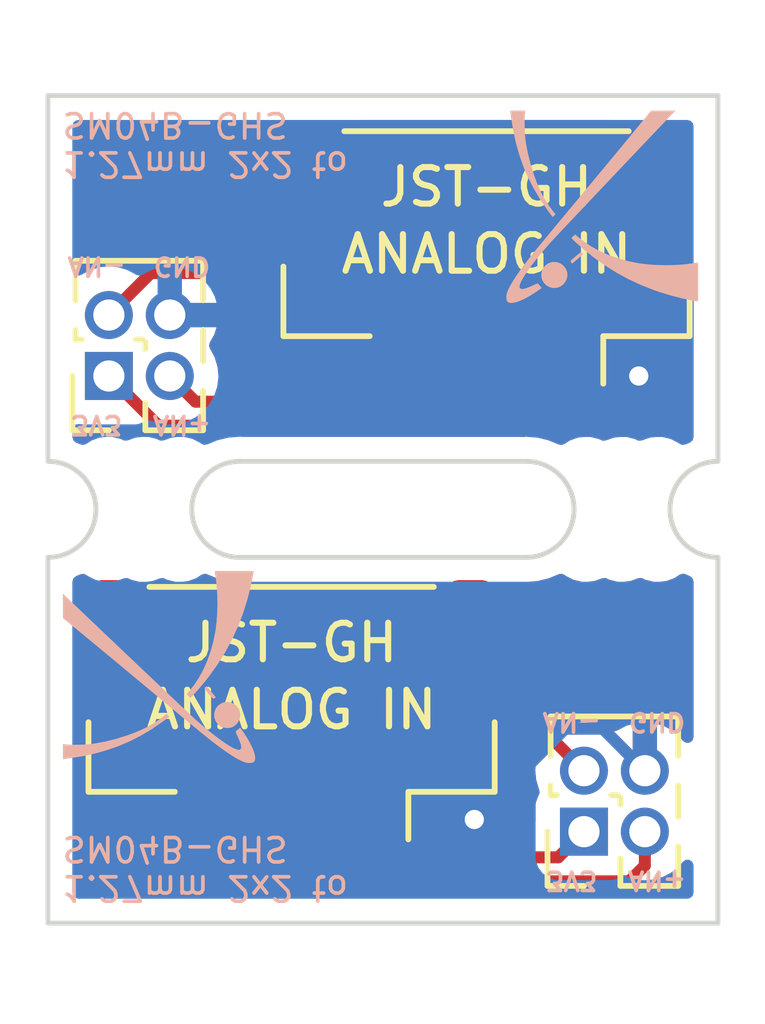
<source format=kicad_pcb>
(kicad_pcb (version 20211014) (generator pcbnew)
  (title_block (title "2x2 1.27mm to JST-GH Analog Adapter board panelized") (date "2021-11-28") (rev "1") (comment 2 "Vincent Nguyen"))
  (layers (0 "F.Cu" signal "Front") (31 "B.Cu" signal "Back") (34 "B.Paste" user) (35 "F.Paste" user) (36 "B.SilkS" user "B.Silkscreen") (37 "F.SilkS" user "F.Silkscreen") (38 "B.Mask" user) (39 "F.Mask" user) (44 "Edge.Cuts" user))
  (net 0 "")
  (net 1 "/3V3")
  (net 2 "/GND")
  (net 3 "/ADC_DIFF_N")
  (net 4 "/ADC_DIFF_P")
  (footprint "mouse_bite_2mm:mouse-bite-2mm-slot" (layer "F.Cu") (at 166.91 92.44)
    (fp_text reference "mouse-bite-2mm-slot1" hide)
    (fp_text value "VAL**" hide)
    (fp_arc (start 2 1) (mid 1 0) (end 2 -1) (layer "F.SilkS") (width 0.1))
    (fp_arc (start -2 -1) (mid -1 0) (end -2 1) (layer "F.SilkS") (width 0.1))
    (pad "" np_thru_hole circle (at 0 0.75) (size 0.5 0.5) (drill 0.5) (layers *.Cu *.Mask))
    (pad "" np_thru_hole circle (at 0 -0.75) (size 0.5 0.5) (drill 0.5) (layers *.Cu *.Mask))
    (pad "" np_thru_hole circle (at 0.75 0.75) (size 0.5 0.5) (drill 0.5) (layers *.Cu *.Mask))
    (pad "" np_thru_hole circle (at -0.75 0.75) (size 0.5 0.5) (drill 0.5) (layers *.Cu *.Mask))
    (pad "" np_thru_hole circle (at 0.75 -0.75) (size 0.5 0.5) (drill 0.5) (layers *.Cu *.Mask))
    (pad "" np_thru_hole circle (at -0.75 -0.75) (size 0.5 0.5) (drill 0.5) (layers *.Cu *.Mask))
  )
  (footprint "Connector_JST:JST_GH_SM04B-GHS-TB_1x04-1MP_P1.25mm_Horizontal" (layer "F.Cu") (at 160.02 96.615 180)
    (fp_text reference "J2" hide)
    (fp_text value "SM04B-GHS-TB")
    (fp_line (start 4.235 -0.26) (end 4.235 -1.71) (layer "F.SilkS") (width 0.12))
    (fp_line (start 4.235 -1.71) (end 2.435 -1.71) (layer "F.SilkS") (width 0.12))
    (fp_line (start -4.235 -0.26) (end -4.235 -1.71) (layer "F.SilkS") (width 0.12))
    (fp_line (start -2.965 2.56) (end 2.965 2.56) (layer "F.SilkS") (width 0.12))
    (fp_line (start -4.235 -1.71) (end -2.435 -1.71) (layer "F.SilkS") (width 0.12))
    (fp_line (start -2.435 -1.71) (end -2.435 -2.7) (layer "F.SilkS") (width 0.12))
    (pad "1" smd roundrect locked (at -1.875 -1.85 180) (size 0.6 1.7) (layers "F.Cu" "F.Paste" "F.Mask") (net 2 "/GND"))
    (pad "2" smd roundrect locked (at -0.625 -1.85 180) (size 0.6 1.7) (layers "F.Cu" "F.Paste" "F.Mask") (net 1 "/3V3"))
    (pad "3" smd roundrect locked (at 0.625 -1.85 180) (size 0.6 1.7) (layers "F.Cu" "F.Paste" "F.Mask") (net 4 "/ADC_DIFF_P"))
    (pad "4" smd roundrect locked (at 1.875 -1.85 180) (size 0.6 1.7) (layers "F.Cu" "F.Paste" "F.Mask") (net 3 "/ADC_DIFF_N"))
    (pad "MP" smd roundrect locked (at 3.725 1.35 180) (size 1 2.7) (layers "F.Cu" "F.Paste" "F.Mask"))
    (pad "MP" smd roundrect locked (at -3.725 1.35 180) (size 1 2.7) (layers "F.Cu" "F.Paste" "F.Mask"))
  )
  (footprint "mouse_bite_2mm:mouse-bite-2mm-slot" (layer "F.Cu") (at 156.94 92.44)
    (fp_text reference "mouse-bite-2mm-slot" hide)
    (fp_text value "VAL**" hide)
    (fp_arc (start 2 1) (mid 1 0) (end 2 -1) (layer "F.SilkS") (width 0.1))
    (fp_arc (start -2 -1) (mid -1 0) (end -2 1) (layer "F.SilkS") (width 0.1))
    (pad "" np_thru_hole circle (at -0.75 -0.75) (size 0.5 0.5) (drill 0.5) (layers *.Cu *.Mask))
    (pad "" np_thru_hole circle (at 0.75 -0.75) (size 0.5 0.5) (drill 0.5) (layers *.Cu *.Mask))
    (pad "" np_thru_hole circle (at -0.75 0.75) (size 0.5 0.5) (drill 0.5) (layers *.Cu *.Mask))
    (pad "" np_thru_hole circle (at 0 -0.75) (size 0.5 0.5) (drill 0.5) (layers *.Cu *.Mask))
    (pad "" np_thru_hole circle (at 0 0.75) (size 0.5 0.5) (drill 0.5) (layers *.Cu *.Mask))
    (pad "" np_thru_hole circle (at 0.75 0.75) (size 0.5 0.5) (drill 0.5) (layers *.Cu *.Mask))
  )
  (footprint "Connector_JST:JST_GH_SM04B-GHS-TB_1x04-1MP_P1.25mm_Horizontal" (layer "F.Cu") (at 164.084 87.122 180)
    (fp_text reference "J2" hide)
    (fp_text value "SM04B-GHS-TB")
    (fp_line (start -2.435 -1.71) (end -2.435 -2.7) (layer "F.SilkS") (width 0.12))
    (fp_line (start 4.235 -0.26) (end 4.235 -1.71) (layer "F.SilkS") (width 0.12))
    (fp_line (start -4.235 -0.26) (end -4.235 -1.71) (layer "F.SilkS") (width 0.12))
    (fp_line (start -2.965 2.56) (end 2.965 2.56) (layer "F.SilkS") (width 0.12))
    (fp_line (start 4.235 -1.71) (end 2.435 -1.71) (layer "F.SilkS") (width 0.12))
    (fp_line (start -4.235 -1.71) (end -2.435 -1.71) (layer "F.SilkS") (width 0.12))
    (pad "1" smd roundrect locked (at -1.875 -1.85 180) (size 0.6 1.7) (layers "F.Cu" "F.Paste" "F.Mask") (net 2 "/GND"))
    (pad "2" smd roundrect locked (at -0.625 -1.85 180) (size 0.6 1.7) (layers "F.Cu" "F.Paste" "F.Mask") (net 1 "/3V3"))
    (pad "3" smd roundrect locked (at 0.625 -1.85 180) (size 0.6 1.7) (layers "F.Cu" "F.Paste" "F.Mask") (net 4 "/ADC_DIFF_P"))
    (pad "4" smd roundrect locked (at 1.875 -1.85 180) (size 0.6 1.7) (layers "F.Cu" "F.Paste" "F.Mask") (net 3 "/ADC_DIFF_N"))
    (pad "MP" smd roundrect locked (at -3.725 1.35 180) (size 1 2.7) (layers "F.Cu" "F.Paste" "F.Mask"))
    (pad "MP" smd roundrect locked (at 3.725 1.35 180) (size 1 2.7) (layers "F.Cu" "F.Paste" "F.Mask"))
  )
  (footprint "Connector_PinHeader_1.27mm:PinHeader_2x02_P1.27mm_Vertical" (layer "F.Cu") (at 166.116 99.155 90)
    (fp_text reference "J1" hide)
    (fp_text value "1.27mm 2x2-PTH")
    (fp_line (start 0.563471 0.76) (end 0.706529 0.76) (layer "F.SilkS") (width 0.12))
    (fp_line (start -1.13 0.76) (end -1.13 1.965) (layer "F.SilkS") (width 0.12))
    (fp_line (start 0.76 0.706529) (end 0.76 0.563471) (layer "F.SilkS") (width 0.12))
    (fp_line (start -1.13 -0.76) (end 0 -0.76) (layer "F.SilkS") (width 0.12))
    (fp_line (start -1.13 0) (end -1.13 -0.76) (layer "F.SilkS") (width 0.12))
    (fp_line (start 1.57753 -0.695) (end 2.4 -0.695) (layer "F.SilkS") (width 0.12))
    (fp_line (start 2.4 -0.695) (end 2.4 1.965) (layer "F.SilkS") (width 0.12))
    (fp_line (start -1.13 0.76) (end -0.563471 0.76) (layer "F.SilkS") (width 0.12))
    (fp_line (start 1.57753 1.965) (end 2.4 1.965) (layer "F.SilkS") (width 0.12))
    (fp_line (start 0.76 -0.563471) (end 0.76 -0.695) (layer "F.SilkS") (width 0.12))
    (fp_line (start -1.13 1.965) (end -0.30753 1.965) (layer "F.SilkS") (width 0.12))
    (fp_line (start 0.76 -0.695) (end 0.96247 -0.695) (layer "F.SilkS") (width 0.12))
    (fp_line (start 0.30753 1.965) (end 0.96247 1.965) (layer "F.SilkS") (width 0.12))
    (pad "1" thru_hole rect locked (at 0 0 90) (size 1 1) (drill 0.65) (layers *.Cu *.Mask) (net 1 "/3V3"))
    (pad "2" thru_hole oval locked (at 1.27 0 90) (size 1 1) (drill 0.65) (layers *.Cu *.Mask) (net 4 "/ADC_DIFF_P"))
    (pad "3" thru_hole oval locked (at 0 1.27 90) (size 1 1) (drill 0.65) (layers *.Cu *.Mask) (net 3 "/ADC_DIFF_N"))
    (pad "4" thru_hole oval locked (at 1.27 1.27 90) (size 1 1) (drill 0.65) (layers *.Cu *.Mask) (net 2 "/GND"))
  )
  (footprint "Connector_PinHeader_1.27mm:PinHeader_2x02_P1.27mm_Vertical" (layer "F.Cu") (at 156.21 89.662 90)
    (fp_text reference "J1" hide)
    (fp_text value "1.27mm 2x2-PTH")
    (fp_line (start 0.76 0.706529) (end 0.76 0.563471) (layer "F.SilkS") (width 0.12))
    (fp_line (start -1.13 0.76) (end -0.563471 0.76) (layer "F.SilkS") (width 0.12))
    (fp_line (start 0.76 -0.563471) (end 0.76 -0.695) (layer "F.SilkS") (width 0.12))
    (fp_line (start 0.76 -0.695) (end 0.96247 -0.695) (layer "F.SilkS") (width 0.12))
    (fp_line (start 2.4 -0.695) (end 2.4 1.965) (layer "F.SilkS") (width 0.12))
    (fp_line (start -1.13 -0.76) (end 0 -0.76) (layer "F.SilkS") (width 0.12))
    (fp_line (start 1.57753 -0.695) (end 2.4 -0.695) (layer "F.SilkS") (width 0.12))
    (fp_line (start -1.13 1.965) (end -0.30753 1.965) (layer "F.SilkS") (width 0.12))
    (fp_line (start -1.13 0) (end -1.13 -0.76) (layer "F.SilkS") (width 0.12))
    (fp_line (start 1.57753 1.965) (end 2.4 1.965) (layer "F.SilkS") (width 0.12))
    (fp_line (start -1.13 0.76) (end -1.13 1.965) (layer "F.SilkS") (width 0.12))
    (fp_line (start 0.30753 1.965) (end 0.96247 1.965) (layer "F.SilkS") (width 0.12))
    (fp_line (start 0.563471 0.76) (end 0.706529 0.76) (layer "F.SilkS") (width 0.12))
    (pad "1" thru_hole rect locked (at 0 0 90) (size 1 1) (drill 0.65) (layers *.Cu *.Mask) (net 1 "/3V3"))
    (pad "2" thru_hole oval locked (at 1.27 0 90) (size 1 1) (drill 0.65) (layers *.Cu *.Mask) (net 4 "/ADC_DIFF_P"))
    (pad "3" thru_hole oval locked (at 0 1.27 90) (size 1 1) (drill 0.65) (layers *.Cu *.Mask) (net 3 "/ADC_DIFF_N"))
    (pad "4" thru_hole oval locked (at 1.27 1.27 90) (size 1 1) (drill 0.65) (layers *.Cu *.Mask) (net 2 "/GND"))
  )
  (footprint "graphics:xplore_logo_4mm" (layer "B.Cu") (at 159.893 95.726)
    (fp_text reference " " hide)
    (fp_text value " " hide)
    (fp_poly (pts (xy -1.492644 0.650991) (xy -1.48484 0.647174) (xy -1.46768 0.636777) (xy -1.460501 0.629635) (xy -1.460501 0.629617) (xy -1.466091 0.620657) (xy -1.481221 0.601126) (xy -1.503424 0.573901) (xy -1.530237 0.541862) (xy -1.559194 0.507887) (xy -1.587831 0.474855) (xy -1.613683 0.445644) (xy -1.634285 0.423133) (xy -1.647174 0.410202) (xy -1.650064 0.408215) (xy -1.66093 0.414259) (xy -1.673349 0.425993) (xy -1.678983 0.433277) (xy -1.680792 0.441066) (xy -1.677376 0.451739) (xy -1.667336 0.467672) (xy -1.649275 0.491244) (xy -1.621792 0.524832) (xy -1.599309 0.551849) (xy -1.565118 0.59271) (xy -1.540378 0.621433) (xy -1.522924 0.639822) (xy -1.510592 0.649676) (xy -1.50122 0.652799) (xy -1.492644 0.650991)) (layer "B.SilkS") (width 0.01) (fill solid))
    (fp_poly (pts (xy -4.606018 1.910096) (xy -4.585169 1.906919) (xy -4.551338 1.901999) (xy -4.509517 1.896053) (xy -4.472215 1.89084) (xy -4.205799 1.846969) (xy -3.95158 1.790629) (xy -3.708016 1.721198) (xy -3.473563 1.638054) (xy -3.246677 1.540577) (xy -3.025817 1.428143) (xy -2.809438 1.300132) (xy -2.595998 1.155923) (xy -2.532176 1.109309) (xy -2.429101 1.032732) (xy -2.454498 1.006223) (xy -2.470463 0.989794) (xy -2.479648 0.980795) (xy -2.480466 0.980187) (xy -2.487308 0.985642) (xy -2.505242 0.999923) (xy -2.531165 1.02056) (xy -2.549072 1.034815) (xy -2.658701 1.116813) (xy -2.771875 1.190561) (xy -2.891574 1.257616) (xy -3.02078 1.319536) (xy -3.162474 1.377878) (xy -3.302 1.428226) (xy -3.531586 1.499799) (xy -3.754376 1.555702) (xy -3.969713 1.595781) (xy -4.077552 1.610206) (xy -4.129876 1.614915) (xy -4.193528 1.618578) (xy -4.264351 1.621152) (xy -4.338191 1.62259) (xy -4.410889 1.622846) (xy -4.478289 1.621876) (xy -4.536236 1.619634) (xy -4.580572 1.616074) (xy -4.58334 1.615739) (xy -4.6355 1.609223) (xy -4.6355 1.914894) (xy -4.606018 1.910096)) (layer "B.SilkS") (width 0.01) (fill solid))
    (fp_poly (pts (xy -1.170586 1.262423) (xy -1.135926 1.255883) (xy -1.10515 1.2438) (xy -1.047203 1.206795) (xy -1.002064 1.159616) (xy -0.970204 1.104899) (xy -0.95209 1.045281) (xy -0.948192 0.983398) (xy -0.958978 0.921887) (xy -0.984918 0.863386) (xy -1.02648 0.81053) (xy -1.027867 0.809163) (xy -1.078777 0.770151) (xy -1.137183 0.74342) (xy -1.198588 0.730331) (xy -1.258494 0.732246) (xy -1.272409 0.735153) (xy -1.336574 0.759323) (xy -1.390088 0.795799) (xy -1.432224 0.842096) (xy -1.462251 0.89573) (xy -1.479443 0.954218) (xy -1.48307 1.015075) (xy -1.472404 1.075817) (xy -1.446716 1.133959) (xy -1.405277 1.187017) (xy -1.405005 1.18729) (xy -1.355822 1.227734) (xy -1.303083 1.252508) (xy -1.242358 1.263412) (xy -1.215572 1.264293) (xy -1.170586 1.262423)) (layer "B.SilkS") (width 0.01) (fill solid))
    (fp_poly (pts (xy -0.704226 1.990563) (xy -0.671955 1.979377) (xy -0.660863 1.97118) (xy -0.642659 1.940393) (xy -0.636417 1.897348) (xy -0.641756 1.843086) (xy -0.658297 1.778648) (xy -0.68566 1.705073) (xy -0.723464 1.623404) (xy -0.771329 1.534679) (xy -0.828876 1.439941) (xy -0.886332 1.353709) (xy -0.944597 1.269596) (xy -0.988984 1.303816) (xy -1.012417 1.323348) (xy -1.028649 1.339675) (xy -1.033757 1.34805) (xy -1.030268 1.36001) (xy -1.020542 1.38441) (xy -1.006199 1.417337) (xy -0.993846 1.444298) (xy -0.960867 1.517985) (xy -0.937441 1.578011) (xy -0.923232 1.625927) (xy -0.917905 1.663282) (xy -0.921125 1.691628) (xy -0.932556 1.712514) (xy -0.935208 1.71535) (xy -0.953052 1.728117) (xy -0.974823 1.730238) (xy -0.987368 1.728472) (xy -1.035184 1.714557) (xy -1.094548 1.687998) (xy -1.164611 1.649397) (xy -1.244524 1.599357) (xy -1.33344 1.538479) (xy -1.430508 1.467366) (xy -1.53488 1.38662) (xy -1.645706 1.296844) (xy -1.762139 1.19864) (xy -1.882322 1.093506) (xy -1.900719 1.076737) (xy -1.93145 1.04823) (xy -1.973706 1.008752) (xy -2.026677 0.95907) (xy -2.089554 0.899952) (xy -2.161526 0.832165) (xy -2.241785 0.756478) (xy -2.329521 0.673657) (xy -2.423924 0.584471) (xy -2.524185 0.489686) (xy -2.629494 0.390071) (xy -2.739042 0.286392) (xy -2.852019 0.179419) (xy -2.967616 0.069917) (xy -3.085023 -0.041345) (xy -3.20343 -0.1536) (xy -3.322029 -0.26608) (xy -3.440009 -0.378018) (xy -3.556561 -0.488645) (xy -3.670875 -0.597196) (xy -3.782142 -0.702901) (xy -3.889553 -0.804993) (xy -3.992297 -0.902706) (xy -4.089566 -0.995271) (xy -4.180549 -1.08192) (xy -4.264438 -1.161887) (xy -4.340422 -1.234403) (xy -4.407692 -1.298701) (xy -4.465439 -1.354013) (xy -4.512853 -1.399573) (xy -4.549124 -1.434612) (xy -4.565197 -1.450261) (xy -4.6355 -1.519038) (xy -4.635055 -1.269787) (xy -4.63461 -1.020535) (xy -4.505788 -0.915589) (xy -4.405151 -0.833454) (xy -4.297504 -0.7453) (xy -4.1822 -0.650591) (xy -4.058588 -0.54879) (xy -3.92602 -0.439361) (xy -3.783848 -0.321766) (xy -3.631423 -0.195469) (xy -3.468097 -0.059932) (xy -3.29322 0.08538) (xy -3.106144 0.241005) (xy -2.906221 0.40748) (xy -2.784929 0.508546) (xy -2.66935 0.604836) (xy -2.555405 0.699693) (xy -2.444112 0.792273) (xy -2.336488 0.881733) (xy -2.233548 0.967231) (xy -2.136311 1.047922) (xy -2.045793 1.122965) (xy -1.963011 1.191517) (xy -1.888982 1.252734) (xy -1.824721 1.305773) (xy -1.771248 1.349791) (xy -1.729577 1.383947) (xy -1.700727 1.407395) (xy -1.698786 1.408958) (xy -1.549881 1.526892) (xy -1.413055 1.631443) (xy -1.28821 1.722676) (xy -1.175247 1.800655) (xy -1.074068 1.865446) (xy -0.984576 1.917115) (xy -0.906672 1.955727) (xy -0.840257 1.981348) (xy -0.83991 1.981457) (xy -0.793018 1.99188) (xy -0.746186 1.994823) (xy -0.704226 1.990563)) (layer "B.SilkS") (width 0.01) (fill solid))
    (fp_poly (pts (xy -1.975679 0.628213) (xy -1.955187 0.609038) (xy -1.926447 0.579255) (xy -1.891 0.540646) (xy -1.850388 0.49499) (xy -1.806153 0.444069) (xy -1.759837 0.389663) (xy -1.712982 0.333551) (xy -1.66713 0.277516) (xy -1.623822 0.223338) (xy -1.5846 0.172796) (xy -1.573968 0.15875) (xy -1.409938 -0.07278) (xy -1.262329 -0.309661) (xy -1.130185 -0.553713) (xy -1.012555 -0.806757) (xy -0.908483 -1.070612) (xy -0.865977 -1.192893) (xy -0.79292 -1.430508) (xy -0.732401 -1.667451) (xy -0.685481 -1.89945) (xy -0.675843 -1.95716) (xy -0.669691 -1.995714) (xy -1.471591 -1.995714) (xy -1.466103 -1.966232) (xy -1.442482 -1.812472) (xy -1.426036 -1.646368) (xy -1.416785 -1.472244) (xy -1.41475 -1.294429) (xy -1.419951 -1.11725) (xy -1.432406 -0.945032) (xy -1.452136 -0.782103) (xy -1.460436 -0.73) (xy -1.503849 -0.518508) (xy -1.560541 -0.315615) (xy -1.630049 -0.122376) (xy -1.711908 0.060156) (xy -1.805653 0.230928) (xy -1.910822 0.388887) (xy -2.006865 0.509987) (xy -2.051451 0.561866) (xy -2.022065 0.598433) (xy -2.004284 0.619167) (xy -1.990773 0.632419) (xy -1.986381 0.635) (xy -1.975679 0.628213)) (layer "B.SilkS") (width 0.01) (fill solid))
  )
  (footprint "graphics:xplore_logo_4mm" (layer "B.Cu") (at 166.497 88.773 -90)
    (fp_text reference " " hide)
    (fp_text value " " hide)
    (fp_poly (pts (xy -1.975679 0.628213) (xy -1.955187 0.609038) (xy -1.926447 0.579255) (xy -1.891 0.540646) (xy -1.850388 0.49499) (xy -1.806153 0.444069) (xy -1.759837 0.389663) (xy -1.712982 0.333551) (xy -1.66713 0.277516) (xy -1.623822 0.223338) (xy -1.5846 0.172796) (xy -1.573968 0.15875) (xy -1.409938 -0.07278) (xy -1.262329 -0.309661) (xy -1.130185 -0.553713) (xy -1.012555 -0.806757) (xy -0.908483 -1.070612) (xy -0.865977 -1.192893) (xy -0.79292 -1.430508) (xy -0.732401 -1.667451) (xy -0.685481 -1.89945) (xy -0.675843 -1.95716) (xy -0.669691 -1.995714) (xy -1.471591 -1.995714) (xy -1.466103 -1.966232) (xy -1.442482 -1.812472) (xy -1.426036 -1.646368) (xy -1.416785 -1.472244) (xy -1.41475 -1.294429) (xy -1.419951 -1.11725) (xy -1.432406 -0.945032) (xy -1.452136 -0.782103) (xy -1.460436 -0.73) (xy -1.503849 -0.518508) (xy -1.560541 -0.315615) (xy -1.630049 -0.122376) (xy -1.711908 0.060156) (xy -1.805653 0.230928) (xy -1.910822 0.388887) (xy -2.006865 0.509987) (xy -2.051451 0.561866) (xy -2.022065 0.598433) (xy -2.004284 0.619167) (xy -1.990773 0.632419) (xy -1.986381 0.635) (xy -1.975679 0.628213)) (layer "B.SilkS") (width 0.01) (fill solid))
    (fp_poly (pts (xy -4.606018 1.910096) (xy -4.585169 1.906919) (xy -4.551338 1.901999) (xy -4.509517 1.896053) (xy -4.472215 1.89084) (xy -4.205799 1.846969) (xy -3.95158 1.790629) (xy -3.708016 1.721198) (xy -3.473563 1.638054) (xy -3.246677 1.540577) (xy -3.025817 1.428143) (xy -2.809438 1.300132) (xy -2.595998 1.155923) (xy -2.532176 1.109309) (xy -2.429101 1.032732) (xy -2.454498 1.006223) (xy -2.470463 0.989794) (xy -2.479648 0.980795) (xy -2.480466 0.980187) (xy -2.487308 0.985642) (xy -2.505242 0.999923) (xy -2.531165 1.02056) (xy -2.549072 1.034815) (xy -2.658701 1.116813) (xy -2.771875 1.190561) (xy -2.891574 1.257616) (xy -3.02078 1.319536) (xy -3.162474 1.377878) (xy -3.302 1.428226) (xy -3.531586 1.499799) (xy -3.754376 1.555702) (xy -3.969713 1.595781) (xy -4.077552 1.610206) (xy -4.129876 1.614915) (xy -4.193528 1.618578) (xy -4.264351 1.621152) (xy -4.338191 1.62259) (xy -4.410889 1.622846) (xy -4.478289 1.621876) (xy -4.536236 1.619634) (xy -4.580572 1.616074) (xy -4.58334 1.615739) (xy -4.6355 1.609223) (xy -4.6355 1.914894) (xy -4.606018 1.910096)) (layer "B.SilkS") (width 0.01) (fill solid))
    (fp_poly (pts (xy -1.170586 1.262423) (xy -1.135926 1.255883) (xy -1.10515 1.2438) (xy -1.047203 1.206795) (xy -1.002064 1.159616) (xy -0.970204 1.104899) (xy -0.95209 1.045281) (xy -0.948192 0.983398) (xy -0.958978 0.921887) (xy -0.984918 0.863386) (xy -1.02648 0.81053) (xy -1.027867 0.809163) (xy -1.078777 0.770151) (xy -1.137183 0.74342) (xy -1.198588 0.730331) (xy -1.258494 0.732246) (xy -1.272409 0.735153) (xy -1.336574 0.759323) (xy -1.390088 0.795799) (xy -1.432224 0.842096) (xy -1.462251 0.89573) (xy -1.479443 0.954218) (xy -1.48307 1.015075) (xy -1.472404 1.075817) (xy -1.446716 1.133959) (xy -1.405277 1.187017) (xy -1.405005 1.18729) (xy -1.355822 1.227734) (xy -1.303083 1.252508) (xy -1.242358 1.263412) (xy -1.215572 1.264293) (xy -1.170586 1.262423)) (layer "B.SilkS") (width 0.01) (fill solid))
    (fp_poly (pts (xy -0.704226 1.990563) (xy -0.671955 1.979377) (xy -0.660863 1.97118) (xy -0.642659 1.940393) (xy -0.636417 1.897348) (xy -0.641756 1.843086) (xy -0.658297 1.778648) (xy -0.68566 1.705073) (xy -0.723464 1.623404) (xy -0.771329 1.534679) (xy -0.828876 1.439941) (xy -0.886332 1.353709) (xy -0.944597 1.269596) (xy -0.988984 1.303816) (xy -1.012417 1.323348) (xy -1.028649 1.339675) (xy -1.033757 1.34805) (xy -1.030268 1.36001) (xy -1.020542 1.38441) (xy -1.006199 1.417337) (xy -0.993846 1.444298) (xy -0.960867 1.517985) (xy -0.937441 1.578011) (xy -0.923232 1.625927) (xy -0.917905 1.663282) (xy -0.921125 1.691628) (xy -0.932556 1.712514) (xy -0.935208 1.71535) (xy -0.953052 1.728117) (xy -0.974823 1.730238) (xy -0.987368 1.728472) (xy -1.035184 1.714557) (xy -1.094548 1.687998) (xy -1.164611 1.649397) (xy -1.244524 1.599357) (xy -1.33344 1.538479) (xy -1.430508 1.467366) (xy -1.53488 1.38662) (xy -1.645706 1.296844) (xy -1.762139 1.19864) (xy -1.882322 1.093506) (xy -1.900719 1.076737) (xy -1.93145 1.04823) (xy -1.973706 1.008752) (xy -2.026677 0.95907) (xy -2.089554 0.899952) (xy -2.161526 0.832165) (xy -2.241785 0.756478) (xy -2.329521 0.673657) (xy -2.423924 0.584471) (xy -2.524185 0.489686) (xy -2.629494 0.390071) (xy -2.739042 0.286392) (xy -2.852019 0.179419) (xy -2.967616 0.069917) (xy -3.085023 -0.041345) (xy -3.20343 -0.1536) (xy -3.322029 -0.26608) (xy -3.440009 -0.378018) (xy -3.556561 -0.488645) (xy -3.670875 -0.597196) (xy -3.782142 -0.702901) (xy -3.889553 -0.804993) (xy -3.992297 -0.902706) (xy -4.089566 -0.995271) (xy -4.180549 -1.08192) (xy -4.264438 -1.161887) (xy -4.340422 -1.234403) (xy -4.407692 -1.298701) (xy -4.465439 -1.354013) (xy -4.512853 -1.399573) (xy -4.549124 -1.434612) (xy -4.565197 -1.450261) (xy -4.6355 -1.519038) (xy -4.635055 -1.269787) (xy -4.63461 -1.020535) (xy -4.505788 -0.915589) (xy -4.405151 -0.833454) (xy -4.297504 -0.7453) (xy -4.1822 -0.650591) (xy -4.058588 -0.54879) (xy -3.92602 -0.439361) (xy -3.783848 -0.321766) (xy -3.631423 -0.195469) (xy -3.468097 -0.059932) (xy -3.29322 0.08538) (xy -3.106144 0.241005) (xy -2.906221 0.40748) (xy -2.784929 0.508546) (xy -2.66935 0.604836) (xy -2.555405 0.699693) (xy -2.444112 0.792273) (xy -2.336488 0.881733) (xy -2.233548 0.967231) (xy -2.136311 1.047922) (xy -2.045793 1.122965) (xy -1.963011 1.191517) (xy -1.888982 1.252734) (xy -1.824721 1.305773) (xy -1.771248 1.349791) (xy -1.729577 1.383947) (xy -1.700727 1.407395) (xy -1.698786 1.408958) (xy -1.549881 1.526892) (xy -1.413055 1.631443) (xy -1.28821 1.722676) (xy -1.175247 1.800655) (xy -1.074068 1.865446) (xy -0.984576 1.917115) (xy -0.906672 1.955727) (xy -0.840257 1.981348) (xy -0.83991 1.981457) (xy -0.793018 1.99188) (xy -0.746186 1.994823) (xy -0.704226 1.990563)) (layer "B.SilkS") (width 0.01) (fill solid))
    (fp_poly (pts (xy -1.492644 0.650991) (xy -1.48484 0.647174) (xy -1.46768 0.636777) (xy -1.460501 0.629635) (xy -1.460501 0.629617) (xy -1.466091 0.620657) (xy -1.481221 0.601126) (xy -1.503424 0.573901) (xy -1.530237 0.541862) (xy -1.559194 0.507887) (xy -1.587831 0.474855) (xy -1.613683 0.445644) (xy -1.634285 0.423133) (xy -1.647174 0.410202) (xy -1.650064 0.408215) (xy -1.66093 0.414259) (xy -1.673349 0.425993) (xy -1.678983 0.433277) (xy -1.680792 0.441066) (xy -1.677376 0.451739) (xy -1.667336 0.467672) (xy -1.649275 0.491244) (xy -1.621792 0.524832) (xy -1.599309 0.551849) (xy -1.565118 0.59271) (xy -1.540378 0.621433) (xy -1.522924 0.639822) (xy -1.510592 0.649676) (xy -1.50122 0.652799) (xy -1.492644 0.650991)) (layer "B.SilkS") (width 0.01) (fill solid))
  )
  (gr_arc (start 154.94 91.44) (mid 155.94 92.44) (end 154.94 93.44) (layer "Edge.Cuts") (width 0.1))
  (gr_arc (start 158.94 93.44) (mid 157.94 92.44) (end 158.94 91.44) (layer "Edge.Cuts") (width 0.1))
  (gr_line (start 168.91 93.44) (end 168.91 101.06) (layer "Edge.Cuts") (width 0.1))
  (gr_line (start 158.94 93.44) (end 164.91 93.44) (layer "Edge.Cuts") (width 0.1))
  (gr_line (start 168.91 101.06) (end 154.94 101.06) (layer "Edge.Cuts") (width 0.1))
  (gr_line (start 168.91 83.82) (end 168.91 91.44) (layer "Edge.Cuts") (width 0.1))
  (gr_line (start 154.94 101.06) (end 154.94 93.44) (layer "Edge.Cuts") (width 0.1))
  (gr_line (start 158.94 91.44) (end 164.91 91.44) (layer "Edge.Cuts") (width 0.1))
  (gr_arc (start 164.91 91.44) (mid 165.91 92.44) (end 164.91 93.44) (layer "Edge.Cuts") (width 0.1))
  (gr_line (start 154.94 83.82) (end 168.91 83.82) (layer "Edge.Cuts") (width 0.1))
  (gr_line (start 154.94 91.44) (end 154.94 83.82) (layer "Edge.Cuts") (width 0.1))
  (gr_arc (start 168.91 93.44) (mid 167.91 92.44) (end 168.91 91.44) (layer "Edge.Cuts") (width 0.1))
  (gr_text "3V3" (at 155.956 90.678 180) (layer "B.SilkS") (effects (font (size 0.381 0.381) (thickness 0.0762)) (justify mirror)))
  (gr_text "GND" (at 157.734 87.376 180) (layer "B.SilkS") (effects (font (size 0.381 0.381) (thickness 0.0762)) (justify mirror)))
  (gr_text "GND" (at 167.64 96.869 180) (layer "B.SilkS") (effects (font (size 0.381 0.381) (thickness 0.0762)) (justify mirror)))
  (gr_text "1.27mm 2x2 to\nSM04B-GHS" (at 155.194 99.917 180) (layer "B.SilkS") (effects (font (size 0.508 0.508) (thickness 0.0762)) (justify left mirror)))
  (gr_text "3V3" (at 165.862 100.171 180) (layer "B.SilkS") (effects (font (size 0.381 0.381) (thickness 0.0762)) (justify mirror)))
  (gr_text "AN-" (at 155.956 87.376 180) (layer "B.SilkS") (effects (font (size 0.381 0.381) (thickness 0.0762)) (justify mirror)))
  (gr_text "AN-" (at 165.862 96.869 180) (layer "B.SilkS") (effects (font (size 0.381 0.381) (thickness 0.0762)) (justify mirror)))
  (gr_text "1.27mm 2x2 to\nSM04B-GHS" (at 155.194 84.836 180) (layer "B.SilkS") (effects (font (size 0.508 0.508) (thickness 0.0762)) (justify left mirror)))
  (gr_text "AN+" (at 167.64 100.171 180) (layer "B.SilkS") (effects (font (size 0.381 0.381) (thickness 0.0762)) (justify mirror)))
  (gr_text "AN+" (at 157.734 90.678 180) (layer "B.SilkS") (effects (font (size 0.381 0.381) (thickness 0.0762)) (justify mirror)))
  (gr_text "JST-GH" (at 160.02 95.218) (layer "F.SilkS") (effects (font (size 0.762 0.762) (thickness 0.127))))
  (gr_text "ANALOG IN" (at 160.02 96.615) (layer "F.SilkS") (effects (font (size 0.762 0.762) (thickness 0.127))))
  (gr_text "JST-GH" (at 164.084 85.725) (layer "F.SilkS") (effects (font (size 0.762 0.762) (thickness 0.127))))
  (gr_text "ANALOG IN" (at 164.084 87.122) (layer "F.SilkS") (effects (font (size 0.762 0.762) (thickness 0.127))))
  (segment (start 164.709 89.822) (end 164.709 88.972) (width 0.25) (layer "F.Cu") (net 1))
  (segment (start 156.21 89.662) (end 157.24502 90.69702) (width 0.25) (layer "F.Cu") (net 1))
  (segment (start 161.02001 99.69001) (end 160.645 99.315) (width 0.25) (layer "F.Cu") (net 1))
  (segment (start 163.83398 90.69702) (end 164.709 89.822) (width 0.25) (layer "F.Cu") (net 1))
  (segment (start 166.116 99.155) (end 165.58099 99.69001) (width 0.25) (layer "F.Cu") (net 1))
  (segment (start 157.24502 90.69702) (end 163.83398 90.69702) (width 0.25) (layer "F.Cu") (net 1))
  (segment (start 160.645 99.315) (end 160.645 98.465) (width 0.25) (layer "F.Cu") (net 1))
  (segment (start 165.58099 99.69001) (end 161.02001 99.69001) (width 0.25) (layer "F.Cu") (net 1))
  (segment (start 162.331 98.901) (end 161.895 98.465) (width 0.25) (layer "F.Cu") (net 2))
  (segment (start 163.83 98.901) (end 162.331 98.901) (width 0.25) (layer "F.Cu") (net 2))
  (segment (start 166.649 89.662) (end 165.959 88.972) (width 0.25) (layer "F.Cu") (net 2))
  (segment (start 167.259 89.662) (end 166.649 89.662) (width 0.25) (layer "F.Cu") (net 2))
  (via (at 163.83 98.901) (size 0.8) (drill 0.4) (layers "F.Cu" "B.Cu") (net 2))
  (via (at 167.259 89.662) (size 0.8) (drill 0.4) (layers "F.Cu" "B.Cu") (net 2))
  (segment (start 157.48 88.392) (end 165.989 88.392) (width 0.25) (layer "B.Cu") (net 2))
  (segment (start 167.386 97.885) (end 166.510999 97.009999) (width 0.25) (layer "B.Cu") (net 2))
  (segment (start 165.721001 97.009999) (end 163.83 98.901) (width 0.25) (layer "B.Cu") (net 2))
  (segment (start 166.510999 97.009999) (end 165.721001 97.009999) (width 0.25) (layer "B.Cu") (net 2))
  (segment (start 165.989 88.392) (end 167.259 89.662) (width 0.25) (layer "B.Cu") (net 2))
  (segment (start 167.386 99.862106) (end 167.058086 100.19002) (width 0.25) (layer "F.Cu") (net 3))
  (segment (start 160.98399 90.19701) (end 162.209 88.972) (width 0.25) (layer "F.Cu") (net 3))
  (segment (start 167.386 99.155) (end 167.386 99.862106) (width 0.25) (layer "F.Cu") (net 3))
  (segment (start 157.48 89.662) (end 158.01501 90.19701) (width 0.25) (layer "F.Cu") (net 3))
  (segment (start 159.527542 100.19002) (end 158.145 98.807478) (width 0.25) (layer "F.Cu") (net 3))
  (segment (start 158.01501 90.19701) (end 160.98399 90.19701) (width 0.25) (layer "F.Cu") (net 3))
  (segment (start 167.058086 100.19002) (end 159.527542 100.19002) (width 0.25) (layer "F.Cu") (net 3))
  (segment (start 158.145 98.807478) (end 158.145 98.465) (width 0.25) (layer "F.Cu") (net 3))
  (segment (start 157.085001 87.516999) (end 162.573999 87.516999) (width 0.25) (layer "F.Cu") (net 4))
  (segment (start 156.21 88.392) (end 157.085001 87.516999) (width 0.25) (layer "F.Cu") (net 4))
  (segment (start 165.47099 97.23999) (end 160.277532 97.23999) (width 0.25) (layer "F.Cu") (net 4))
  (segment (start 162.573999 87.516999) (end 163.459 88.402) (width 0.25) (layer "F.Cu") (net 4))
  (segment (start 166.116 97.885) (end 165.47099 97.23999) (width 0.25) (layer "F.Cu") (net 4))
  (segment (start 160.277532 97.23999) (end 159.395 98.122522) (width 0.25) (layer "F.Cu") (net 4))
  (segment (start 159.395 98.122522) (end 159.395 98.465) (width 0.25) (layer "F.Cu") (net 4))
  (segment (start 163.459 88.402) (end 163.459 88.972) (width 0.25) (layer "F.Cu") (net 4))
  (zone (net 2) (net_name "/GND") (layer "F.Cu") (connect_pads (clearance 0.508)) (min_thickness 0.254) (fill yes (thermal_gap 0.508) (thermal_bridge_width 0.508))
    (polygon (pts (xy 169.545 101.695) (xy 154.305 101.695) (xy 154.305 92.805) (xy 169.545 92.805)))
  )
  (zone (net 2) (net_name "/GND") (layer "F.Cu") (connect_pads (clearance 0.508)) (min_thickness 0.254) (fill yes (thermal_gap 0.508) (thermal_bridge_width 0.508))
    (polygon (pts (xy 169.164 92.202) (xy 154.559 92.202) (xy 154.559 83.312) (xy 169.164 83.312)))
  )
  (zone (net 2) (net_name "/GND") (layer "B.Cu") (connect_pads (clearance 0.508)) (min_thickness 0.254) (fill yes (thermal_gap 0.508) (thermal_bridge_width 0.508))
    (polygon (pts (xy 169.545 101.695) (xy 154.305 101.695) (xy 154.305 92.805) (xy 169.545 92.805)))
  )
  (zone (net 2) (net_name "/GND") (layer "B.Cu") (connect_pads (clearance 0.508)) (min_thickness 0.254) (fill yes (thermal_gap 0.508) (thermal_bridge_width 0.508))
    (polygon (pts (xy 169.164 92.202) (xy 154.559 92.202) (xy 154.559 83.312) (xy 169.164 83.312)))
  )
)
</source>
